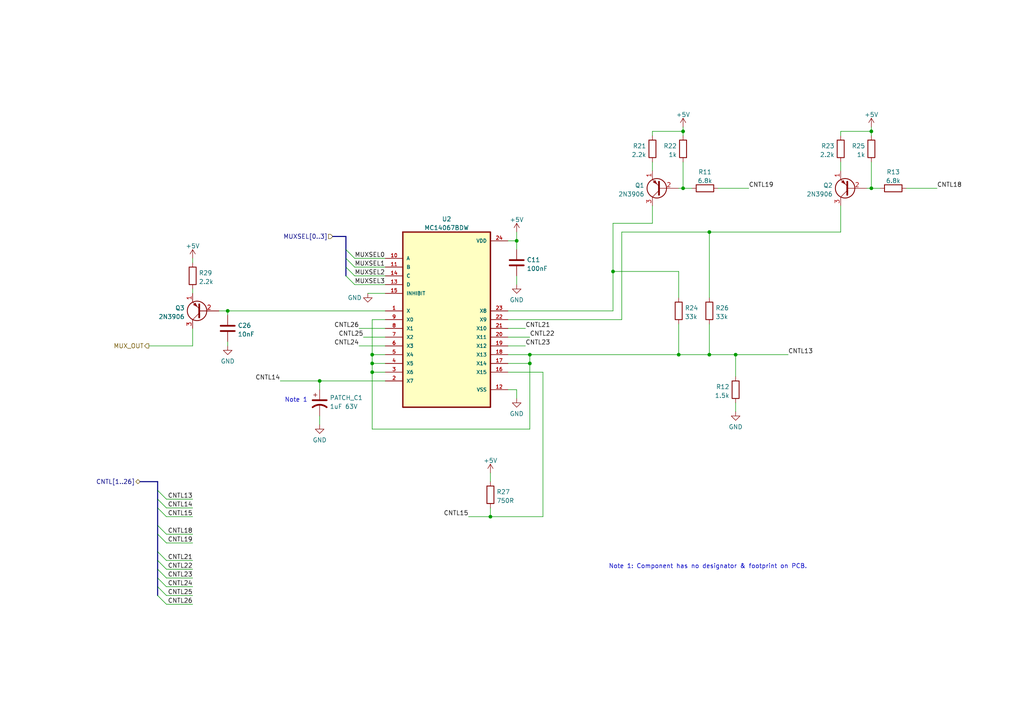
<source format=kicad_sch>
(kicad_sch (version 20211123) (generator eeschema)
  (paper "A4")
  (title_block (title "Device Settings Multiplexer") (date "2023-07-23") (rev "4"))
  (lib_symbols
    (symbol "Device:C" (pin_numbers hide) (pin_names (offset 0.254))
      (property "Reference" "C" (at 0.635 2.54 0))
      (property "Value" "C" (at 0.635 -2.54 0))
      (symbol "C_0_1"
        (polyline (pts (xy -2.032 -0.762) (xy 2.032 -0.762)) (stroke (width 0.508)))
        (polyline (pts (xy -2.032 0.762) (xy 2.032 0.762)) (stroke (width 0.508)))
      )
      (symbol "C_1_1"
        (pin passive line (at 0 3.81 270) (length 2.794) (name "~") (number "1"))
        (pin passive line (at 0 -3.81 90) (length 2.794) (name "~") (number "2"))
      )
    )
    (symbol "Device:C_Polarized_US" (pin_numbers hide) (pin_names (offset 0.254) hide)
      (property "Reference" "C" (at 0.635 2.54 0))
      (property "Value" "C_Polarized_US" (at 0.635 -2.54 0))
      (symbol "C_Polarized_US_0_1"
        (polyline (pts (xy -2.032 0.762) (xy 2.032 0.762)) (stroke (width 0.508)))
        (polyline (pts (xy -1.778 2.286) (xy -0.762 2.286)))
        (polyline (pts (xy -1.27 1.778) (xy -1.27 2.794)))
        (arc (start 2.032 -1.27) (mid 0 -0.5572) (end -2.032 -1.27) (stroke (width 0.508)))
      )
      (symbol "C_Polarized_US_1_1"
        (pin passive line (at 0 3.81 270) (length 2.794) (name "~") (number "1"))
        (pin passive line (at 0 -3.81 90) (length 3.302) (name "~") (number "2"))
      )
    )
    (symbol "Device:R" (pin_numbers hide) (pin_names (offset 0))
      (property "Reference" "R" (at 2.032 0 90))
      (property "Value" "R" (at 0 0 90))
      (symbol "R_0_1"
        (rectangle (start -1.016 -2.54) (end 1.016 2.54) (stroke (width 0.254)))
      )
      (symbol "R_1_1"
        (pin passive line (at 0 3.81 270) (length 1.27) (name "~") (number "1"))
        (pin passive line (at 0 -3.81 90) (length 1.27) (name "~") (number "2"))
      )
    )
    (symbol "Transistor_BJT:2N3906" (pin_names (offset 0) hide)
      (property "Reference" "Q" (at 5.08 1.905 0))
      (property "Value" "2N3906" (at 5.08 0 0))
      (symbol "2N3906_0_1"
        (polyline (pts (xy 0.635 0.635) (xy 2.54 2.54)))
        (polyline (pts (xy 0.635 -0.635) (xy 2.54 -2.54) (xy 2.54 -2.54)))
        (polyline (pts (xy 0.635 1.905) (xy 0.635 -1.905) (xy 0.635 -1.905)) (stroke (width 0.508)))
        (polyline (pts (xy 2.286 -1.778) (xy 1.778 -2.286) (xy 1.27 -1.27) (xy 2.286 -1.778) (xy 2.286 -1.778)) (fill (type outline)))
        (circle (center 1.27 0) (radius 2.8194) (stroke (width 0.254)))
      )
      (symbol "2N3906_1_1"
        (pin passive line (at 2.54 -5.08 90) (length 2.54) (name "E") (number "1"))
        (pin input line (at -5.08 0 0) (length 5.715) (name "B") (number "2"))
        (pin passive line (at 2.54 5.08 270) (length 2.54) (name "C") (number "3"))
      )
    )
    (symbol "Videonics Proceessor Plus:MC14067BDW" (pin_names (offset 1.016))
      (property "Reference" "U" (at -12.7 26.4 0))
      (property "Value" "MC14067BDW" (at -12.7 -29.4 0))
      (symbol "MC14067BDW_0_0"
        (rectangle (start -12.7 -25.4) (end 12.7 25.4) (stroke (width 0.41)) (fill (type background)))
        (pin bidirectional line (at -17.78 2.54 0) (length 5.08) (name "X") (number "1"))
        (pin input line (at -17.78 17.78 0) (length 5.08) (name "A") (number "10"))
        (pin input line (at -17.78 15.24 0) (length 5.08) (name "B") (number "11"))
        (pin power_in line (at 17.78 -20.32 180) (length 5.08) (name "VSS") (number "12"))
        (pin input line (at -17.78 10.16 0) (length 5.08) (name "D") (number "13"))
        (pin input line (at -17.78 12.7 0) (length 5.08) (name "C") (number "14"))
        (pin input line (at -17.78 7.62 0) (length 5.08) (name "INHIBIT") (number "15"))
        (pin bidirectional line (at 17.78 -15.24 180) (length 5.08) (name "X15") (number "16"))
        (pin bidirectional line (at 17.78 -12.7 180) (length 5.08) (name "X14") (number "17"))
        (pin bidirectional line (at 17.78 -10.16 180) (length 5.08) (name "X13") (number "18"))
        (pin bidirectional line (at 17.78 -7.62 180) (length 5.08) (name "X12") (number "19"))
        (pin bidirectional line (at -17.78 -17.78 0) (length 5.08) (name "X7") (number "2"))
        (pin bidirectional line (at 17.78 -5.08 180) (length 5.08) (name "X11") (number "20"))
        (pin bidirectional line (at 17.78 -2.54 180) (length 5.08) (name "X10") (number "21"))
        (pin bidirectional line (at 17.78 0 180) (length 5.08) (name "X9") (number "22"))
        (pin bidirectional line (at 17.78 2.54 180) (length 5.08) (name "X8") (number "23"))
        (pin power_in line (at 17.78 22.86 180) (length 5.08) (name "VDD") (number "24"))
        (pin bidirectional line (at -17.78 -15.24 0) (length 5.08) (name "X6") (number "3"))
        (pin bidirectional line (at -17.78 -12.7 0) (length 5.08) (name "X5") (number "4"))
        (pin bidirectional line (at -17.78 -10.16 0) (length 5.08) (name "X4") (number "5"))
        (pin bidirectional line (at -17.78 -7.62 0) (length 5.08) (name "X3") (number "6"))
        (pin bidirectional line (at -17.78 -5.08 0) (length 5.08) (name "X2") (number "7"))
        (pin bidirectional line (at -17.78 -2.54 0) (length 5.08) (name "X1") (number "8"))
        (pin bidirectional line (at -17.78 0 0) (length 5.08) (name "X0") (number "9"))
      )
    )
    (symbol "power:+5V" (power) (pin_names (offset 0))
      (property "Value" "+5V" (at 0 3.556 0))
      (symbol "+5V_0_1"
        (polyline (pts (xy -0.762 1.27) (xy 0 2.54)))
        (polyline (pts (xy 0 0) (xy 0 2.54)))
        (polyline (pts (xy 0 2.54) (xy 0.762 1.27)))
      )
      (symbol "+5V_1_1"
        (pin power_in line (at 0 0 90) (length 0) hide (name "+5V") (number "1"))
      )
    )
    (symbol "power:GND" (power) (pin_names (offset 0))
      (property "Value" "GND" (at 0 -3.81 0))
      (symbol "GND_0_1"
        (polyline (pts (xy 0 0) (xy 0 -1.27) (xy 1.27 -1.27) (xy 0 -2.54) (xy -1.27 -1.27) (xy 0 -1.27)))
      )
      (symbol "GND_1_1"
        (pin power_in line (at 0 0 270) (length 0) hide (name "GND") (number "1"))
      )
    )
  )
  (junction (at 149.86 69.85))
  (junction (at 252.73 54.61))
  (junction (at 66.04 90.17))
  (junction (at 252.73 38.1))
  (junction (at 92.71 110.49))
  (junction (at 107.95 107.95))
  (junction (at 196.85 102.87))
  (junction (at 153.67 105.41))
  (junction (at 107.95 102.87))
  (junction (at 153.67 102.87))
  (junction (at 198.12 38.1))
  (junction (at 177.8 78.74))
  (junction (at 142.24 149.86))
  (junction (at 107.95 105.41))
  (junction (at 213.36 102.87))
  (junction (at 205.74 67.31))
  (junction (at 198.12 54.61))
  (junction (at 205.74 102.87))
  (bus_entry (at 100.33 74.93) (size 2.54 2.54))
  (bus_entry (at 100.33 80.01) (size 2.54 2.54))
  (bus_entry (at 45.72 160.02) (size 2.54 2.54))
  (bus_entry (at 45.72 172.72) (size 2.54 2.54))
  (bus_entry (at 45.72 152.4) (size 2.54 2.54))
  (bus_entry (at 100.33 77.47) (size 2.54 2.54))
  (bus_entry (at 45.72 167.64) (size 2.54 2.54))
  (bus_entry (at 45.72 147.32) (size 2.54 2.54))
  (bus_entry (at 45.72 154.94) (size 2.54 2.54))
  (bus_entry (at 45.72 144.78) (size 2.54 2.54))
  (bus_entry (at 45.72 162.56) (size 2.54 2.54))
  (bus_entry (at 100.33 72.39) (size 2.54 2.54))
  (bus_entry (at 45.72 165.1) (size 2.54 2.54))
  (bus_entry (at 45.72 170.18) (size 2.54 2.54))
  (bus_entry (at 48.26 144.78) (size -2.54 -2.54))
  (wire (pts (xy 147.32 102.87) (xy 153.67 102.87)))
  (wire (pts (xy 48.26 157.48) (xy 55.88 157.48)))
  (wire (pts (xy 102.87 82.55) (xy 111.76 82.55)))
  (wire (pts (xy 177.8 64.77) (xy 177.8 78.74)))
  (wire (pts (xy 107.95 105.41) (xy 107.95 107.95)))
  (wire (pts (xy 252.73 54.61) (xy 251.46 54.61)))
  (wire (pts (xy 63.5 90.17) (xy 66.04 90.17)))
  (wire (pts (xy 104.14 95.25) (xy 111.76 95.25)))
  (wire (pts (xy 48.26 172.72) (xy 55.88 172.72)))
  (bus (pts (xy 96.52 68.58) (xy 100.33 68.58)))
  (bus (pts (xy 45.72 170.18) (xy 45.72 172.72)))
  (wire (pts (xy 180.34 92.71) (xy 147.32 92.71)))
  (wire (pts (xy 102.87 80.01) (xy 111.76 80.01)))
  (wire (pts (xy 48.26 167.64) (xy 55.88 167.64)))
  (wire (pts (xy 255.27 54.61) (xy 252.73 54.61)))
  (wire (pts (xy 147.32 69.85) (xy 149.86 69.85)))
  (wire (pts (xy 92.71 110.49) (xy 92.71 113.03)))
  (wire (pts (xy 196.85 102.87) (xy 205.74 102.87)))
  (wire (pts (xy 189.23 59.69) (xy 189.23 64.77)))
  (wire (pts (xy 189.23 38.1) (xy 198.12 38.1)))
  (wire (pts (xy 198.12 54.61) (xy 196.85 54.61)))
  (wire (pts (xy 106.68 85.09) (xy 111.76 85.09)))
  (bus (pts (xy 45.72 144.78) (xy 45.72 147.32)))
  (wire (pts (xy 107.95 107.95) (xy 111.76 107.95)))
  (bus (pts (xy 45.72 147.32) (xy 45.72 152.4)))
  (wire (pts (xy 48.26 162.56) (xy 55.88 162.56)))
  (wire (pts (xy 102.87 77.47) (xy 111.76 77.47)))
  (wire (pts (xy 111.76 102.87) (xy 107.95 102.87)))
  (wire (pts (xy 66.04 99.06) (xy 66.04 100.33)))
  (wire (pts (xy 149.86 113.03) (xy 149.86 115.57)))
  (wire (pts (xy 149.86 80.01) (xy 149.86 82.55)))
  (wire (pts (xy 252.73 38.1) (xy 252.73 39.37)))
  (wire (pts (xy 92.71 120.65) (xy 92.71 123.19)))
  (wire (pts (xy 55.88 95.25) (xy 55.88 100.33)))
  (wire (pts (xy 48.26 154.94) (xy 55.88 154.94)))
  (wire (pts (xy 107.95 124.46) (xy 107.95 107.95)))
  (wire (pts (xy 48.26 144.78) (xy 55.88 144.78)))
  (wire (pts (xy 55.88 83.82) (xy 55.88 85.09)))
  (wire (pts (xy 205.74 67.31) (xy 243.84 67.31)))
  (wire (pts (xy 149.86 69.85) (xy 149.86 72.39)))
  (wire (pts (xy 180.34 67.31) (xy 180.34 92.71)))
  (wire (pts (xy 48.26 147.32) (xy 55.88 147.32)))
  (bus (pts (xy 100.33 77.47) (xy 100.33 74.93)))
  (wire (pts (xy 111.76 105.41) (xy 107.95 105.41)))
  (wire (pts (xy 205.74 67.31) (xy 205.74 86.36)))
  (wire (pts (xy 107.95 102.87) (xy 107.95 105.41)))
  (wire (pts (xy 48.26 149.86) (xy 55.88 149.86)))
  (wire (pts (xy 243.84 46.99) (xy 243.84 49.53)))
  (wire (pts (xy 213.36 102.87) (xy 213.36 109.22)))
  (wire (pts (xy 107.95 92.71) (xy 107.95 102.87)))
  (wire (pts (xy 198.12 46.99) (xy 198.12 54.61)))
  (wire (pts (xy 147.32 97.79) (xy 153.67 97.79)))
  (wire (pts (xy 157.48 107.95) (xy 157.48 149.86)))
  (wire (pts (xy 189.23 64.77) (xy 177.8 64.77)))
  (wire (pts (xy 149.86 69.85) (xy 149.86 67.31)))
  (wire (pts (xy 147.32 113.03) (xy 149.86 113.03)))
  (wire (pts (xy 200.66 54.61) (xy 198.12 54.61)))
  (bus (pts (xy 100.33 80.01) (xy 100.33 77.47)))
  (bus (pts (xy 45.72 165.1) (xy 45.72 167.64)))
  (wire (pts (xy 177.8 90.17) (xy 147.32 90.17)))
  (bus (pts (xy 40.64 139.7) (xy 45.72 139.7)))
  (wire (pts (xy 48.26 165.1) (xy 55.88 165.1)))
  (wire (pts (xy 196.85 86.36) (xy 196.85 78.74)))
  (wire (pts (xy 153.67 102.87) (xy 153.67 105.41)))
  (wire (pts (xy 48.26 170.18) (xy 55.88 170.18)))
  (wire (pts (xy 198.12 36.83) (xy 198.12 38.1)))
  (wire (pts (xy 102.87 74.93) (xy 111.76 74.93)))
  (wire (pts (xy 271.78 54.61) (xy 262.89 54.61)))
  (wire (pts (xy 243.84 59.69) (xy 243.84 67.31)))
  (wire (pts (xy 243.84 38.1) (xy 252.73 38.1)))
  (wire (pts (xy 48.26 175.26) (xy 55.88 175.26)))
  (bus (pts (xy 100.33 74.93) (xy 100.33 72.39)))
  (wire (pts (xy 157.48 107.95) (xy 147.32 107.95)))
  (wire (pts (xy 157.48 149.86) (xy 142.24 149.86)))
  (wire (pts (xy 189.23 46.99) (xy 189.23 49.53)))
  (wire (pts (xy 142.24 147.32) (xy 142.24 149.86)))
  (bus (pts (xy 45.72 167.64) (xy 45.72 170.18)))
  (wire (pts (xy 66.04 90.17) (xy 111.76 90.17)))
  (wire (pts (xy 147.32 95.25) (xy 152.4 95.25)))
  (wire (pts (xy 213.36 102.87) (xy 228.6 102.87)))
  (wire (pts (xy 213.36 119.38) (xy 213.36 116.84)))
  (wire (pts (xy 147.32 100.33) (xy 152.4 100.33)))
  (wire (pts (xy 105.41 97.79) (xy 111.76 97.79)))
  (bus (pts (xy 45.72 154.94) (xy 45.72 160.02)))
  (wire (pts (xy 243.84 39.37) (xy 243.84 38.1)))
  (wire (pts (xy 92.71 110.49) (xy 111.76 110.49)))
  (bus (pts (xy 45.72 160.02) (xy 45.72 162.56)))
  (wire (pts (xy 180.34 67.31) (xy 205.74 67.31)))
  (wire (pts (xy 177.8 78.74) (xy 177.8 90.17)))
  (bus (pts (xy 45.72 139.7) (xy 45.72 142.24)))
  (bus (pts (xy 45.72 152.4) (xy 45.72 154.94)))
  (wire (pts (xy 189.23 39.37) (xy 189.23 38.1)))
  (wire (pts (xy 104.14 100.33) (xy 111.76 100.33)))
  (bus (pts (xy 100.33 72.39) (xy 100.33 68.58)))
  (wire (pts (xy 153.67 105.41) (xy 153.67 124.46)))
  (wire (pts (xy 252.73 46.99) (xy 252.73 54.61)))
  (wire (pts (xy 196.85 93.98) (xy 196.85 102.87)))
  (wire (pts (xy 81.28 110.49) (xy 92.71 110.49)))
  (wire (pts (xy 252.73 36.83) (xy 252.73 38.1)))
  (wire (pts (xy 153.67 124.46) (xy 107.95 124.46)))
  (wire (pts (xy 55.88 74.93) (xy 55.88 76.2)))
  (wire (pts (xy 205.74 102.87) (xy 213.36 102.87)))
  (wire (pts (xy 153.67 102.87) (xy 196.85 102.87)))
  (wire (pts (xy 196.85 78.74) (xy 177.8 78.74)))
  (bus (pts (xy 45.72 142.24) (xy 45.72 144.78)))
  (wire (pts (xy 66.04 91.44) (xy 66.04 90.17)))
  (wire (pts (xy 111.76 92.71) (xy 107.95 92.71)))
  (wire (pts (xy 142.24 137.16) (xy 142.24 139.7)))
  (wire (pts (xy 43.18 100.33) (xy 55.88 100.33)))
  (wire (pts (xy 205.74 93.98) (xy 205.74 102.87)))
  (bus (pts (xy 45.72 162.56) (xy 45.72 165.1)))
  (wire (pts (xy 147.32 105.41) (xy 153.67 105.41)))
  (wire (pts (xy 217.17 54.61) (xy 208.28 54.61)))
  (wire (pts (xy 135.89 149.86) (xy 142.24 149.86)))
  (wire (pts (xy 198.12 38.1) (xy 198.12 39.37)))
  (text "Note 1: Component has no designator & footprint on PCB." (at 176.53 165.1 0) (effects (font (size 1.27 1.27)) (justify left bottom)))
  (text "Note 1" (at 82.55 116.84 0) (effects (font (size 1.27 1.27)) (justify left bottom)))
  (label "CNTL14" (at 81.28 110.49 180))
  (label "CNTL21" (at 152.4 95.25 0))
  (label "CNTL21" (at 55.88 162.56 180))
  (label "MUXSEL0" (at 102.87 74.93 0))
  (label "CNTL25" (at 55.88 172.72 180))
  (label "CNTL18" (at 271.78 54.61 0))
  (label "CNTL18" (at 55.88 154.94 180))
  (label "CNTL26" (at 104.14 95.25 180))
  (label "MUXSEL3" (at 102.87 82.55 0))
  (label "CNTL19" (at 55.88 157.48 180))
  (label "CNTL25" (at 105.41 97.79 180))
  (label "MUXSEL1" (at 102.87 77.47 0))
  (label "CNTL19" (at 217.17 54.61 0))
  (label "CNTL14" (at 55.88 147.32 180))
  (label "CNTL24" (at 55.88 170.18 180))
  (label "CNTL15" (at 135.89 149.86 180))
  (label "CNTL24" (at 104.14 100.33 180))
  (label "CNTL23" (at 152.4 100.33 0))
  (label "CNTL13" (at 55.88 144.78 180))
  (label "CNTL15" (at 55.88 149.86 180))
  (label "CNTL22" (at 153.67 97.79 0))
  (label "CNTL13" (at 228.6 102.87 0))
  (label "CNTL22" (at 55.88 165.1 180))
  (label "CNTL26" (at 55.88 175.26 180))
  (label "CNTL23" (at 55.88 167.64 180))
  (label "MUXSEL2" (at 102.87 80.01 0))
  (hierarchical_label "MUX_OUT" (shape output) (at 43.18 100.33 180))
  (hierarchical_label "CNTL[1..26]" (shape bidirectional) (at 40.64 139.7 180))
  (hierarchical_label "MUXSEL[0..3]" (shape input) (at 96.52 68.58 180))
  (symbol (lib_id "power:GND") (at 213.36 119.38 0) (mirror y) (unit 1)
    (property "Reference" "#PWR0152" (effects hide))
    (property "Value" "GND" (at 213.36 123.8234 0))
  )
  (symbol (lib_id "power:GND") (at 92.71 123.19 0) (unit 1)
    (property "Reference" "#PWR0137" (effects hide))
    (property "Value" "GND" (at 92.71 127.6334 0))
  )
  (symbol (lib_id "power:+5V") (at 55.88 74.93 0) (unit 1)
    (property "Reference" "#PWR0113" (effects hide))
    (property "Value" "+5V" (at 55.88 71.3542 0))
  )
  (symbol (lib_id "power:+5V") (at 252.73 36.83 0) (mirror y) (unit 1)
    (property "Reference" "#PWR0148" (effects hide))
    (property "Value" "+5V" (at 252.73 33.2542 0))
  )
  (symbol (lib_id "Device:C") (at 66.04 95.25 0) (unit 1)
    (property "Reference" "C26" (at 68.961 94.4153 0) (effects (justify left)))
    (property "Value" "10nF" (at 68.961 96.9522 0) (effects (justify left)))
  )
  (symbol (lib_id "power:+5V") (at 198.12 36.83 0) (mirror y) (unit 1)
    (property "Reference" "#PWR0149" (effects hide))
    (property "Value" "+5V" (at 198.12 33.2542 0))
  )
  (symbol (lib_id "Device:C_Polarized_US") (at 92.71 116.84 0) (unit 1)
    (property "Reference" "PATCH_C1" (at 95.631 115.3703 0) (effects (justify left)))
    (property "Value" "1uF 63V" (at 95.631 117.9072 0) (effects (justify left)))
  )
  (symbol (lib_id "Transistor_BJT:2N3906") (at 58.42 90.17 180) (unit 1)
    (property "Reference" "Q3" (at 53.5687 89.3353 0) (effects (justify left)))
    (property "Value" "2N3906" (at 53.5687 91.8722 0) (effects (justify left)))
    (property "Footprint" "Package_TO_SOT_THT:TO-92_Inline" (effects hide))
    (property "Datasheet" "https://www.onsemi.com/pub/Collateral/2N3906-D.PDF" (effects hide))
  )
  (symbol (lib_id "Device:R") (at 259.08 54.61 270) (mirror x) (unit 1)
    (property "Reference" "R13" (at 259.08 49.8942 90))
    (property "Value" "6.8k" (at 259.08 52.4311 90))
  )
  (symbol (lib_id "Transistor_BJT:2N3906") (at 191.77 54.61 180) (unit 1)
    (property "Reference" "Q1" (at 186.9186 53.7753 0) (effects (justify left)))
    (property "Value" "2N3906" (at 186.9186 56.3122 0) (effects (justify left)))
    (property "Footprint" "Package_TO_SOT_THT:TO-92_Inline" (effects hide))
    (property "Datasheet" "https://www.onsemi.com/pub/Collateral/2N3906-D.PDF" (effects hide))
  )
  (symbol (lib_id "Device:R") (at 204.47 54.61 270) (mirror x) (unit 1)
    (property "Reference" "R11" (at 204.47 49.8942 90))
    (property "Value" "6.8k" (at 204.47 52.4311 90))
  )
  (symbol (lib_id "Device:R") (at 243.84 43.18 0) (mirror y) (unit 1)
    (property "Reference" "R23" (at 242.062 42.3453 0) (effects (justify left)))
    (property "Value" "2.2k" (at 242.062 44.8822 0) (effects (justify left)))
  )
  (symbol (lib_id "Videonics Proceessor Plus:MC14067BDW") (at 129.54 92.71 0) (unit 1)
    (property "Reference" "U2" (at 129.54 63.5322 0))
    (property "Value" "MC14067BDW" (at 129.54 66.0691 0))
    (property "Footprint" "SOIC127P1030X265-24N" (effects hide))
  )
  (symbol (lib_id "Device:R") (at 205.74 90.17 0) (mirror y) (unit 1)
    (property "Reference" "R26" (at 207.518 89.3353 0) (effects (justify right)))
    (property "Value" "33k" (at 207.518 91.8722 0) (effects (justify right)))
  )
  (symbol (lib_id "power:+5V") (at 149.86 67.31 0) (unit 1)
    (property "Reference" "#PWR0109" (effects hide))
    (property "Value" "+5V" (at 149.86 63.7342 0))
  )
  (symbol (lib_id "Device:R") (at 213.36 113.03 0) (mirror y) (unit 1)
    (property "Reference" "R12" (at 211.582 112.1953 0) (effects (justify left)))
    (property "Value" "1.5k" (at 211.582 114.7322 0) (effects (justify left)))
  )
  (symbol (lib_id "Device:R") (at 198.12 43.18 0) (mirror y) (unit 1)
    (property "Reference" "R22" (at 196.342 42.3453 0) (effects (justify left)))
    (property "Value" "1k" (at 196.342 44.8822 0) (effects (justify left)))
  )
  (symbol (lib_id "power:GND") (at 149.86 115.57 0) (unit 1)
    (property "Reference" "#PWR0110" (effects hide))
    (property "Value" "GND" (at 149.86 120.0134 0))
  )
  (symbol (lib_id "power:GND") (at 106.68 85.09 0) (unit 1)
    (property "Reference" "#PWR0112" (effects hide))
    (property "Value" "GND" (at 102.87 86.36 0))
  )
  (symbol (lib_id "Device:R") (at 189.23 43.18 0) (mirror y) (unit 1)
    (property "Reference" "R21" (at 187.452 42.3453 0) (effects (justify left)))
    (property "Value" "2.2k" (at 187.452 44.8822 0) (effects (justify left)))
  )
  (symbol (lib_id "Device:R") (at 55.88 80.01 0) (unit 1)
    (property "Reference" "R29" (at 57.658 79.1753 0) (effects (justify left)))
    (property "Value" "2.2k" (at 57.658 81.7122 0) (effects (justify left)))
  )
  (symbol (lib_id "power:+5V") (at 142.24 137.16 0) (unit 1)
    (property "Reference" "#PWR0151" (effects hide))
    (property "Value" "+5V" (at 142.24 133.5842 0))
  )
  (symbol (lib_id "power:GND") (at 149.86 82.55 0) (unit 1)
    (property "Reference" "#PWR0150" (effects hide))
    (property "Value" "GND" (at 149.86 86.9934 0))
  )
  (symbol (lib_id "Device:C") (at 149.86 76.2 0) (unit 1)
    (property "Reference" "C11" (at 152.781 75.3653 0) (effects (justify left)))
    (property "Value" "100nF" (at 152.781 77.9022 0) (effects (justify left)))
  )
  (symbol (lib_id "power:GND") (at 66.04 100.33 0) (unit 1)
    (property "Reference" "#PWR0111" (effects hide))
    (property "Value" "GND" (at 66.04 104.7734 0))
  )
  (symbol (lib_id "Device:R") (at 196.85 90.17 0) (mirror y) (unit 1)
    (property "Reference" "R24" (at 198.628 89.3353 0) (effects (justify right)))
    (property "Value" "33k" (at 198.628 91.8722 0) (effects (justify right)))
  )
  (symbol (lib_id "Transistor_BJT:2N3906") (at 246.38 54.61 180) (unit 1)
    (property "Reference" "Q2" (at 241.5286 53.7753 0) (effects (justify left)))
    (property "Value" "2N3906" (at 241.5286 56.3122 0) (effects (justify left)))
    (property "Footprint" "Package_TO_SOT_THT:TO-92_Inline" (effects hide))
    (property "Datasheet" "https://www.onsemi.com/pub/Collateral/2N3906-D.PDF" (effects hide))
  )
  (symbol (lib_id "Device:R") (at 142.24 143.51 0) (unit 1)
    (property "Reference" "R27" (at 144.018 142.6753 0) (effects (justify left)))
    (property "Value" "750R" (at 144.018 145.2122 0) (effects (justify left)))
  )
  (symbol (lib_id "Device:R") (at 252.73 43.18 0) (mirror y) (unit 1)
    (property "Reference" "R25" (at 250.952 42.3453 0) (effects (justify left)))
    (property "Value" "1k" (at 250.952 44.8822 0) (effects (justify left)))
  )
)
</source>
